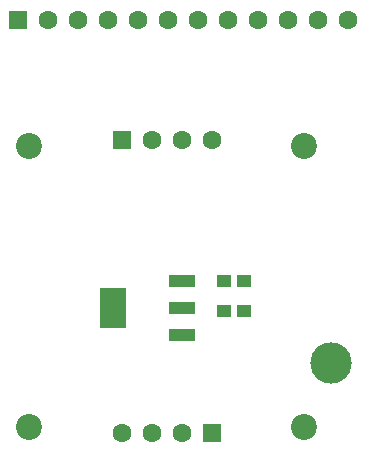
<source format=gbr>
G04 DipTrace 4.1.1.0*
G04 TopMask.gbr*
%MOIN*%
G04 #@! TF.FileFunction,Soldermask,Top*
G04 #@! TF.Part,Single*
%ADD25C,0.086614*%
%ADD26C,0.137795*%
%ADD31R,0.088583X0.13189*%
%ADD33R,0.088583X0.041339*%
%ADD35C,0.062992*%
%ADD37R,0.062992X0.062992*%
%ADD39R,0.047244X0.043307*%
%FSLAX26Y26*%
G04*
G70*
G90*
G75*
G01*
G04 TopMask*
%LPD*%
D39*
X1227480Y1000265D3*
X1160551D3*
X1227480Y1100266D3*
X1160551D3*
D37*
X1119016Y594016D3*
D35*
X1019016D3*
X919016D3*
X819016D3*
D25*
X510354Y613701D3*
X1427677D3*
Y1548740D3*
X510354D3*
D37*
X819016Y1568440D3*
D35*
X919016D3*
X1019016D3*
X1119016D3*
D37*
X473932Y1968819D3*
D35*
X573932D3*
X673932D3*
X773932D3*
X873932D3*
X973932D3*
X1073932D3*
X1173932D3*
X1273923D3*
X1373923D3*
X1473923D3*
X1573923D3*
D26*
X1516063Y827087D3*
D33*
X1020000Y918377D3*
Y1008928D3*
Y1099479D3*
D31*
X791654Y1008928D3*
M02*

</source>
